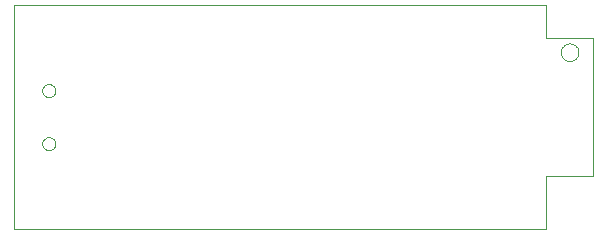
<source format=gko>
G75*
%MOIN*%
%OFA0B0*%
%FSLAX24Y24*%
%IPPOS*%
%LPD*%
%AMOC8*
5,1,8,0,0,1.08239X$1,22.5*
%
%ADD10C,0.0000*%
D10*
X006209Y005967D02*
X023925Y005967D01*
X023925Y007739D01*
X025500Y007739D01*
X025500Y012363D01*
X023925Y012363D01*
X023925Y013447D01*
X006209Y013447D01*
X006209Y005967D01*
X007133Y008821D02*
X007135Y008850D01*
X007141Y008878D01*
X007150Y008906D01*
X007163Y008932D01*
X007180Y008955D01*
X007199Y008977D01*
X007221Y008996D01*
X007246Y009011D01*
X007272Y009024D01*
X007300Y009032D01*
X007328Y009037D01*
X007357Y009038D01*
X007386Y009035D01*
X007414Y009028D01*
X007441Y009018D01*
X007467Y009004D01*
X007490Y008987D01*
X007511Y008967D01*
X007529Y008944D01*
X007544Y008919D01*
X007555Y008892D01*
X007563Y008864D01*
X007567Y008835D01*
X007567Y008807D01*
X007563Y008778D01*
X007555Y008750D01*
X007544Y008723D01*
X007529Y008698D01*
X007511Y008675D01*
X007490Y008655D01*
X007467Y008638D01*
X007441Y008624D01*
X007414Y008614D01*
X007386Y008607D01*
X007357Y008604D01*
X007328Y008605D01*
X007300Y008610D01*
X007272Y008618D01*
X007246Y008631D01*
X007221Y008646D01*
X007199Y008665D01*
X007180Y008687D01*
X007163Y008710D01*
X007150Y008736D01*
X007141Y008764D01*
X007135Y008792D01*
X007133Y008821D01*
X007133Y010593D02*
X007135Y010622D01*
X007141Y010650D01*
X007150Y010678D01*
X007163Y010704D01*
X007180Y010727D01*
X007199Y010749D01*
X007221Y010768D01*
X007246Y010783D01*
X007272Y010796D01*
X007300Y010804D01*
X007328Y010809D01*
X007357Y010810D01*
X007386Y010807D01*
X007414Y010800D01*
X007441Y010790D01*
X007467Y010776D01*
X007490Y010759D01*
X007511Y010739D01*
X007529Y010716D01*
X007544Y010691D01*
X007555Y010664D01*
X007563Y010636D01*
X007567Y010607D01*
X007567Y010579D01*
X007563Y010550D01*
X007555Y010522D01*
X007544Y010495D01*
X007529Y010470D01*
X007511Y010447D01*
X007490Y010427D01*
X007467Y010410D01*
X007441Y010396D01*
X007414Y010386D01*
X007386Y010379D01*
X007357Y010376D01*
X007328Y010377D01*
X007300Y010382D01*
X007272Y010390D01*
X007246Y010403D01*
X007221Y010418D01*
X007199Y010437D01*
X007180Y010459D01*
X007163Y010482D01*
X007150Y010508D01*
X007141Y010536D01*
X007135Y010564D01*
X007133Y010593D01*
X024418Y011872D02*
X024420Y011906D01*
X024426Y011940D01*
X024436Y011973D01*
X024449Y012004D01*
X024467Y012034D01*
X024487Y012062D01*
X024511Y012087D01*
X024537Y012109D01*
X024565Y012127D01*
X024596Y012143D01*
X024628Y012155D01*
X024662Y012163D01*
X024696Y012167D01*
X024730Y012167D01*
X024764Y012163D01*
X024798Y012155D01*
X024830Y012143D01*
X024860Y012127D01*
X024889Y012109D01*
X024915Y012087D01*
X024939Y012062D01*
X024959Y012034D01*
X024977Y012004D01*
X024990Y011973D01*
X025000Y011940D01*
X025006Y011906D01*
X025008Y011872D01*
X025006Y011838D01*
X025000Y011804D01*
X024990Y011771D01*
X024977Y011740D01*
X024959Y011710D01*
X024939Y011682D01*
X024915Y011657D01*
X024889Y011635D01*
X024861Y011617D01*
X024830Y011601D01*
X024798Y011589D01*
X024764Y011581D01*
X024730Y011577D01*
X024696Y011577D01*
X024662Y011581D01*
X024628Y011589D01*
X024596Y011601D01*
X024565Y011617D01*
X024537Y011635D01*
X024511Y011657D01*
X024487Y011682D01*
X024467Y011710D01*
X024449Y011740D01*
X024436Y011771D01*
X024426Y011804D01*
X024420Y011838D01*
X024418Y011872D01*
M02*

</source>
